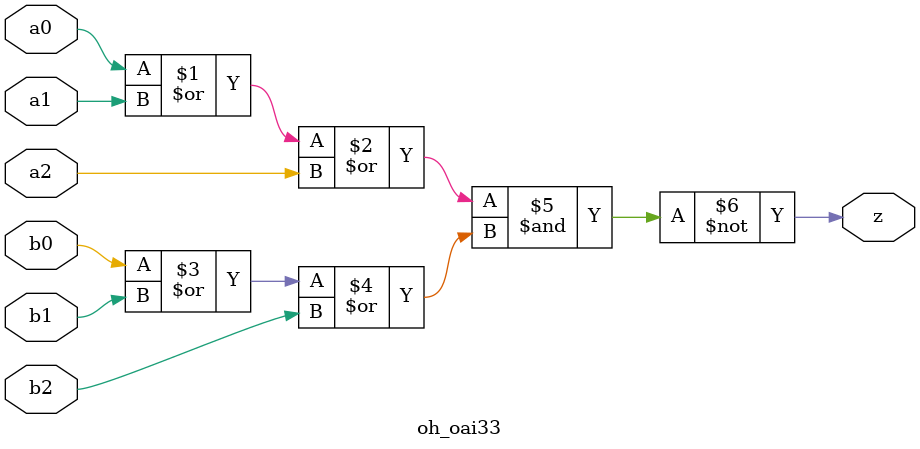
<source format=v>
module oh_oai33(	// file.cleaned.mlir:2:3
  input  a0,	// file.cleaned.mlir:2:26
         a1,	// file.cleaned.mlir:2:39
         a2,	// file.cleaned.mlir:2:52
         b0,	// file.cleaned.mlir:2:65
         b1,	// file.cleaned.mlir:2:78
         b2,	// file.cleaned.mlir:2:91
  output z	// file.cleaned.mlir:2:105
);

  assign z = ~((a0 | a1 | a2) & (b0 | b1 | b2));	// file.cleaned.mlir:4:10, :5:10, :6:10, :7:10, :8:5
endmodule


</source>
